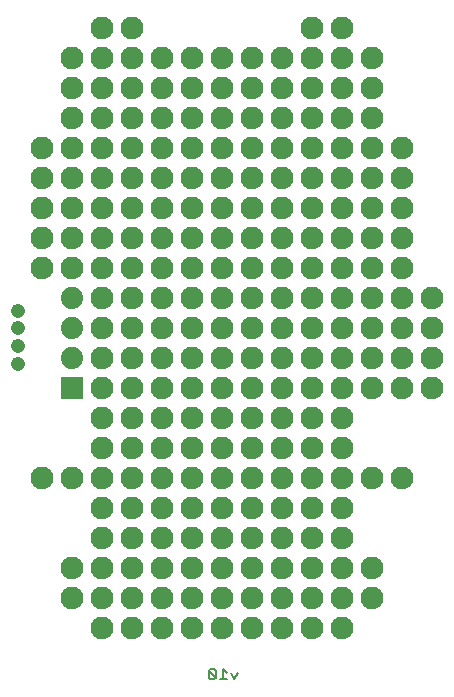
<source format=gbr>
G04 EAGLE Gerber RS-274X export*
G75*
%MOMM*%
%FSLAX34Y34*%
%LPD*%
%INBottom Copper*%
%IPPOS*%
%AMOC8*
5,1,8,0,0,1.08239X$1,22.5*%
G01*
%ADD10C,0.152400*%
%ADD11C,1.208000*%
%ADD12R,1.879600X1.879600*%
%ADD13C,1.879600*%
%ADD14C,1.930400*%


D10*
X13271Y12874D02*
X10390Y7112D01*
X7509Y12874D01*
X3916Y12874D02*
X1034Y15755D01*
X1034Y7112D01*
X-1847Y7112D02*
X3916Y7112D01*
X-5440Y8553D02*
X-5440Y14315D01*
X-6880Y15755D01*
X-9761Y15755D01*
X-11202Y14315D01*
X-11202Y8553D01*
X-9761Y7112D01*
X-6880Y7112D01*
X-5440Y8553D01*
X-11202Y14315D01*
D11*
X-172720Y319320D03*
X-172720Y304320D03*
X-172720Y289320D03*
X-172720Y274320D03*
D12*
X-127000Y254000D03*
D13*
X-127000Y279400D03*
X-127000Y304800D03*
X-127000Y330200D03*
D14*
X-101600Y330200D03*
X-101600Y304800D03*
X-101600Y279400D03*
X-101600Y254000D03*
X-101600Y228600D03*
X-101600Y203200D03*
X-76200Y203200D03*
X-76200Y228600D03*
X-76200Y254000D03*
X-76200Y279400D03*
X-76200Y304800D03*
X-76200Y330200D03*
X-76200Y355600D03*
X-101600Y355600D03*
X-127000Y355600D03*
X-127000Y381000D03*
X-101600Y381000D03*
X-76200Y381000D03*
X-50800Y381000D03*
X-50800Y355600D03*
X-50800Y330200D03*
X-50800Y304800D03*
X-50800Y279400D03*
X-50800Y254000D03*
X-50800Y228600D03*
X-50800Y203200D03*
X0Y203200D03*
X-25400Y203200D03*
X-25400Y228600D03*
X-25400Y254000D03*
X-25400Y279400D03*
X-25400Y304800D03*
X-25400Y330200D03*
X-25400Y355600D03*
X-25400Y381000D03*
X-25400Y406400D03*
X-50800Y406400D03*
X-76200Y406400D03*
X-101600Y406400D03*
X-127000Y406400D03*
X-152400Y406400D03*
X-152400Y381000D03*
X-152400Y355600D03*
X0Y406400D03*
X0Y355600D03*
X0Y381000D03*
X0Y330200D03*
X0Y304800D03*
X0Y279400D03*
X0Y254000D03*
X0Y228600D03*
X25400Y203200D03*
X25400Y228600D03*
X25400Y254000D03*
X25400Y279400D03*
X25400Y304800D03*
X25400Y355600D03*
X25400Y381000D03*
X25400Y406400D03*
X50800Y406400D03*
X50800Y381000D03*
X50800Y355600D03*
X25400Y330200D03*
X50800Y330200D03*
X50800Y304800D03*
X50800Y279400D03*
X50800Y254000D03*
X50800Y228600D03*
X50800Y203200D03*
X101600Y203200D03*
X76200Y203200D03*
X76200Y228600D03*
X76200Y254000D03*
X76200Y279400D03*
X76200Y304800D03*
X76200Y330200D03*
X76200Y355600D03*
X76200Y381000D03*
X76200Y406400D03*
X101600Y406400D03*
X101600Y381000D03*
X101600Y355600D03*
X101600Y304800D03*
X101600Y279400D03*
X101600Y254000D03*
X101600Y228600D03*
X101600Y330200D03*
X127000Y406400D03*
X127000Y381000D03*
X127000Y355600D03*
X127000Y330200D03*
X127000Y304800D03*
X127000Y279400D03*
X127000Y254000D03*
X152400Y254000D03*
X152400Y279400D03*
X152400Y304800D03*
X152400Y330200D03*
X152400Y355600D03*
X152400Y381000D03*
X152400Y406400D03*
X177800Y330200D03*
X177800Y304800D03*
X177800Y279400D03*
X177800Y254000D03*
X101600Y177800D03*
X101600Y152400D03*
X101600Y127000D03*
X101600Y101600D03*
X76200Y177800D03*
X25400Y177800D03*
X50800Y177800D03*
X0Y177800D03*
X-25400Y177800D03*
X-50800Y177800D03*
X-76200Y177800D03*
X-101600Y177800D03*
X-101600Y152400D03*
X-101600Y127000D03*
X-101600Y101600D03*
X-76200Y101600D03*
X-76200Y127000D03*
X-76200Y152400D03*
X-50800Y152400D03*
X0Y152400D03*
X-25400Y152400D03*
X25400Y152400D03*
X50800Y152400D03*
X76200Y152400D03*
X76200Y127000D03*
X50800Y127000D03*
X25400Y127000D03*
X0Y127000D03*
X-25400Y127000D03*
X-50800Y127000D03*
X-50800Y101600D03*
X0Y101600D03*
X-25400Y101600D03*
X25400Y101600D03*
X50800Y101600D03*
X76200Y101600D03*
X101600Y76200D03*
X101600Y50800D03*
X76200Y50800D03*
X50800Y50800D03*
X0Y50800D03*
X-50800Y50800D03*
X-76200Y50800D03*
X-101600Y50800D03*
X-101600Y76200D03*
X-76200Y76200D03*
X-50800Y76200D03*
X-25400Y76200D03*
X0Y76200D03*
X25400Y76200D03*
X50800Y76200D03*
X76200Y76200D03*
X25400Y50800D03*
X-25400Y50800D03*
X-127000Y76200D03*
X-127000Y101600D03*
X-127000Y177800D03*
X127000Y177800D03*
X127000Y101600D03*
X127000Y76200D03*
X-152400Y431800D03*
X-127000Y431800D03*
X-101600Y431800D03*
X-76200Y431800D03*
X-50800Y431800D03*
X-25400Y431800D03*
X0Y431800D03*
X25400Y431800D03*
X50800Y431800D03*
X76200Y431800D03*
X101600Y431800D03*
X127000Y431800D03*
X152400Y431800D03*
X152400Y457200D03*
X127000Y457200D03*
X101600Y457200D03*
X76200Y457200D03*
X50800Y457200D03*
X25400Y457200D03*
X0Y457200D03*
X-25400Y457200D03*
X-50800Y457200D03*
X-76200Y457200D03*
X-101600Y457200D03*
X-127000Y457200D03*
X-152400Y457200D03*
X-127000Y482600D03*
X-101600Y482600D03*
X-76200Y482600D03*
X-50800Y482600D03*
X-25400Y482600D03*
X0Y482600D03*
X25400Y482600D03*
X50800Y482600D03*
X76200Y482600D03*
X101600Y482600D03*
X127000Y482600D03*
X127000Y508000D03*
X127000Y533400D03*
X101600Y508000D03*
X101600Y533400D03*
X76200Y533400D03*
X76200Y508000D03*
X50800Y508000D03*
X50800Y533400D03*
X25400Y533400D03*
X25400Y508000D03*
X0Y508000D03*
X0Y533400D03*
X-25400Y533400D03*
X-25400Y508000D03*
X-50800Y508000D03*
X-50800Y533400D03*
X-76200Y533400D03*
X-76200Y508000D03*
X-101600Y508000D03*
X-101600Y533400D03*
X-127000Y533400D03*
X-127000Y508000D03*
X-101600Y558800D03*
X-76200Y558800D03*
X76200Y558800D03*
X101600Y558800D03*
X152400Y177800D03*
X-152400Y177800D03*
M02*

</source>
